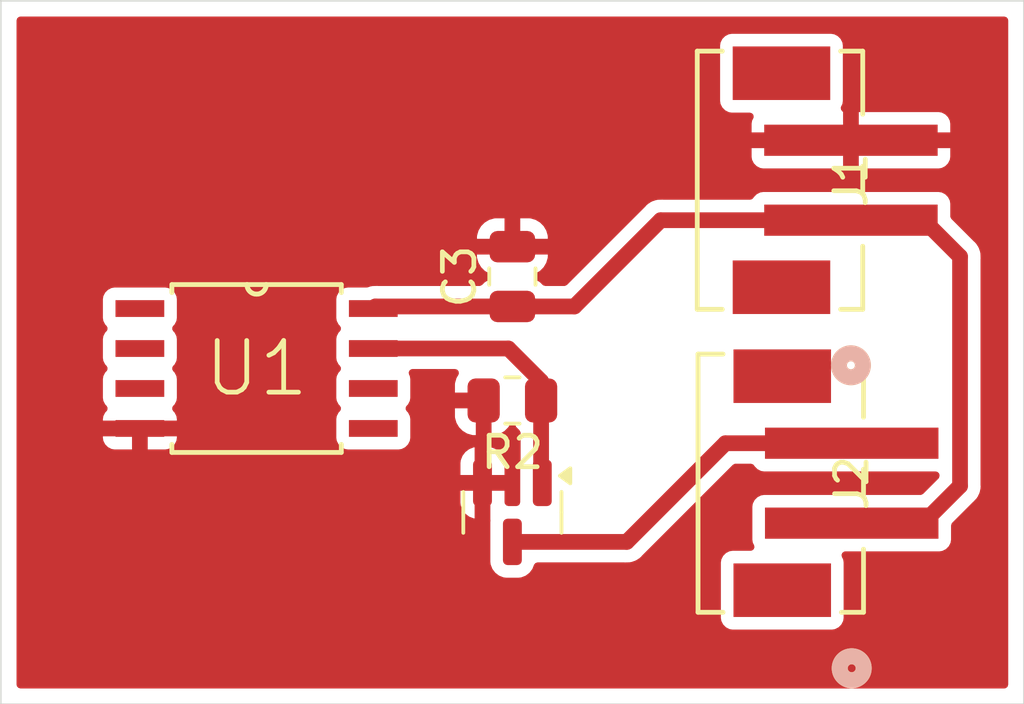
<source format=kicad_pcb>
(kicad_pcb (version 20221018) (generator pcbnew)
  (layers (0 "F.Cu" signal) (31 "B.Cu" signal) (34 "B.Paste" user) (35 "F.Paste" user) (36 "B.SilkS" user "B.Silkscreen") (37 "F.SilkS" user "F.Silkscreen") (38 "B.Mask" user) (39 "F.Mask" user) (44 "Edge.Cuts" user))
  (net 0 "")
  (net 1 "GND")
  (net 2 "/analog_read")
  (net 3 "/Vin")
  (net 4 "/signal")
  (net 5 "Net-(Q1-D)")
  (net 9 "/buzzer")
  (footprint "jst_ph:CONN2_B2B-PH-SM4_JST" (layer "F.Cu") (at 51.683147 27.545818 90)
    (fp_text reference "J1" (at 0 2.2541 90 unlocked) (layer "F.SilkS"))
    (fp_text value "B2B-PH-SM4-TBT LFSN" hide)
    (fp_circle (center -5.8801 2.2541) (end -5.4991 2.2541) (stroke (width 0.508)) (fill none) (layer "B.SilkS"))
    (fp_line (start -4.1021 -2.6289) (end -4.1021 -1.835041) (stroke (width 0.1524)) (layer "F.SilkS"))
    (fp_line (start -4.1021 1.929239) (end -4.1021 2.6289) (stroke (width 0.1524)) (layer "F.SilkS"))
    (fp_line (start -4.1021 2.6289) (end -2.09804 2.6289) (stroke (width 0.1524)) (layer "F.SilkS"))
    (fp_line (start -0.44196 2.6289) (end 0.44196 2.6289) (stroke (width 0.1524)) (layer "F.SilkS"))
    (fp_line (start 2.09804 2.6289) (end 4.1021 2.6289) (stroke (width 0.1524)) (layer "F.SilkS"))
    (fp_line (start 4.1021 -2.6289) (end -4.1021 -2.6289) (stroke (width 0.1524)) (layer "F.SilkS"))
    (fp_line (start 4.1021 -1.835041) (end 4.1021 -2.6289) (stroke (width 0.1524)) (layer "F.SilkS"))
    (fp_line (start 4.1021 2.6289) (end 4.1021 1.929239) (stroke (width 0.1524)) (layer "F.SilkS"))
    (fp_circle (center -5.8801 2.2541) (end -5.4991 2.2541) (stroke (width 0.508)) (fill none) (layer "F.SilkS"))
    (pad "1" smd rect (at -1.27 2.2541 90) (size 0.9906 5.5118) (layers "F.Cu" "F.Paste" "F.Mask") (net 3 "/Vin"))
    (pad "2" smd rect (at 1.27 2.2541 90) (size 0.9906 5.5118) (layers "F.Cu" "F.Paste" "F.Mask") (net 1 "GND"))
    (pad "3" smd rect (at -3.399998 0.047099 90) (size 1.7018 3.0988) (layers "F.Cu" "F.Paste" "F.Mask"))
    (pad "4" smd rect (at 3.399998 0.047099 90) (size 1.7018 3.0988) (layers "F.Cu" "F.Paste" "F.Mask"))
  )
  (footprint "Package_TO_SOT_SMD:SOT-23" (layer "F.Cu") (at 43.18 38.1 -90)
    (fp_text reference "Q1" hide)
    (fp_text value "AO3400A")
    (fp_line (start 0 -1.56) (end -0.65 -1.56) (stroke (width 0.12)) (layer "F.SilkS"))
    (fp_line (start 0 -1.56) (end 0.65 -1.56) (stroke (width 0.12)) (layer "F.SilkS"))
    (fp_line (start 0 1.56) (end -0.65 1.56) (stroke (width 0.12)) (layer "F.SilkS"))
    (fp_line (start 0 1.56) (end 0.65 1.56) (stroke (width 0.12)) (layer "F.SilkS"))
    (fp_poly (pts (xy -1.1625 -1.51) (xy -1.4025 -1.84) (xy -0.9225 -1.84) (xy -1.1625 -1.51)) (stroke (width 0.12)) (fill solid) (layer "F.SilkS"))
    (pad "1" smd roundrect (at -0.9375 -0.95 270) (size 1.475 0.6) (layers "F.Cu" "F.Paste" "F.Mask") (net 4 "/signal"))
    (pad "2" smd roundrect (at -0.9375 0.95 270) (size 1.475 0.6) (layers "F.Cu" "F.Paste" "F.Mask") (net 1 "GND"))
    (pad "3" smd roundrect (at 0.9375 0 270) (size 1.475 0.6) (layers "F.Cu" "F.Paste" "F.Mask") (net 5 "Net-(Q1-D)"))
  )
  (footprint "Resistor_SMD:R_0805_2012Metric" (layer "F.Cu") (at 43.18 34.544 180)
    (fp_text reference "R2" (at 0 -1.65) (layer "F.SilkS"))
    (fp_text value "R_US" hide)
    (fp_line (start -0.227064 -0.735) (end 0.227064 -0.735) (stroke (width 0.12)) (layer "F.SilkS"))
    (fp_line (start -0.227064 0.735) (end 0.227064 0.735) (stroke (width 0.12)) (layer "F.SilkS"))
    (pad "1" smd roundrect (at -0.9125 0 180) (size 1.025 1.4) (layers "F.Cu" "F.Paste" "F.Mask") (roundrect_rratio 0.243902439) (net 4 "/signal"))
    (pad "2" smd roundrect (at 0.9125 0 180) (size 1.025 1.4) (layers "F.Cu" "F.Paste" "F.Mask") (roundrect_rratio 0.243902439) (net 1 "GND"))
  )
  (footprint "Capacitor_SMD:C_0805_2012Metric" (layer "F.Cu") (at 43.18 30.607 90)
    (fp_text reference "C3" (at 0 -1.68 90) (layer "F.SilkS"))
    (fp_text value "2.2uF")
    (fp_line (start -0.261252 -0.735) (end 0.261252 -0.735) (stroke (width 0.12)) (layer "F.SilkS"))
    (fp_line (start -0.261252 0.735) (end 0.261252 0.735) (stroke (width 0.12)) (layer "F.SilkS"))
    (pad "1" smd roundrect (at -0.95 0 90) (size 1 1.45) (layers "F.Cu" "F.Paste" "F.Mask") (net 3 "/Vin"))
    (pad "2" smd roundrect (at 0.95 0 90) (size 1 1.45) (layers "F.Cu" "F.Paste" "F.Mask") (net 1 "GND"))
  )
  (footprint "jst_ph:CONN2_B2B-PH-SM4_JST" (layer "F.Cu") (at 51.707766 37.172408 90)
    (fp_text reference "J2" (at 0 2.2541 90 unlocked) (layer "F.SilkS"))
    (fp_text value "B2B-PH-SM4-TBT LFSN" hide)
    (fp_circle (center -5.8801 2.2541) (end -5.4991 2.2541) (stroke (width 0.508)) (fill none) (layer "B.SilkS"))
    (fp_line (start -4.1021 -2.6289) (end -4.1021 -1.835041) (stroke (width 0.1524)) (layer "F.SilkS"))
    (fp_line (start -4.1021 1.929239) (end -4.1021 2.6289) (stroke (width 0.1524)) (layer "F.SilkS"))
    (fp_line (start -4.1021 2.6289) (end -2.09804 2.6289) (stroke (width 0.1524)) (layer "F.SilkS"))
    (fp_line (start -0.44196 2.6289) (end 0.44196 2.6289) (stroke (width 0.1524)) (layer "F.SilkS"))
    (fp_line (start 2.09804 2.6289) (end 4.1021 2.6289) (stroke (width 0.1524)) (layer "F.SilkS"))
    (fp_line (start 4.1021 -2.6289) (end -4.1021 -2.6289) (stroke (width 0.1524)) (layer "F.SilkS"))
    (fp_line (start 4.1021 -1.835041) (end 4.1021 -2.6289) (stroke (width 0.1524)) (layer "F.SilkS"))
    (fp_line (start 4.1021 2.6289) (end 4.1021 1.929239) (stroke (width 0.1524)) (layer "F.SilkS"))
    (fp_circle (center -5.8801 2.2541) (end -5.4991 2.2541) (stroke (width 0.508)) (fill none) (layer "F.SilkS"))
    (pad "1" smd rect (at -1.27 2.2541 90) (size 0.9906 5.5118) (layers "F.Cu" "F.Paste" "F.Mask") (net 3 "/Vin"))
    (pad "2" smd rect (at 1.27 2.2541 90) (size 0.9906 5.5118) (layers "F.Cu" "F.Paste" "F.Mask") (net 5 "Net-(Q1-D)"))
    (pad "3" smd rect (at -3.399998 0.047099 90) (size 1.7018 3.0988) (layers "F.Cu" "F.Paste" "F.Mask"))
    (pad "4" smd rect (at 3.399998 0.047099 90) (size 1.7018 3.0988) (layers "F.Cu" "F.Paste" "F.Mask"))
  )
  (footprint "attiny85:ATTINY85-20SUR" (layer "F.Cu") (at 35.052 33.528)
    (fp_text reference "U1" (at 0 0) (layer "F.SilkS") (effects (font (size 1.642354 1.642354))))
    (fp_text value "ATTINY85-20SUR" hide)
    (fp_line (start -2.6924 -2.667) (end -2.6924 -2.413) (stroke (width 0.1524)) (layer "F.SilkS"))
    (fp_line (start -2.6924 2.413) (end -2.6924 2.667) (stroke (width 0.1524)) (layer "F.SilkS"))
    (fp_line (start -2.6924 2.667) (end 2.6924 2.667) (stroke (width 0.1524)) (layer "F.SilkS"))
    (fp_line (start -0.3048 -2.667) (end -2.6924 -2.667) (stroke (width 0.1524)) (layer "F.SilkS"))
    (fp_line (start 0.3048 -2.667) (end -0.3048 -2.667) (stroke (width 0.1524)) (layer "F.SilkS"))
    (fp_line (start 2.6924 -2.667) (end 0.3048 -2.667) (stroke (width 0.1524)) (layer "F.SilkS"))
    (fp_line (start 2.6924 -2.413) (end 2.6924 -2.667) (stroke (width 0.1524)) (layer "F.SilkS"))
    (fp_line (start 2.6924 2.667) (end 2.6924 2.413) (stroke (width 0.1524)) (layer "F.SilkS"))
    (fp_arc (start 0.3048 -2.667) (mid 0 -2.3622) (end -0.3048 -2.667) (stroke (width 0.1524)) (layer "F.SilkS"))
    (fp_arc (start 0.3048 -2.667) (mid 0 -2.3622) (end -0.3048 -2.667) (stroke (width 0.1524)) (layer "F.SilkS"))
    (pad "1" smd rect (at -3.7084 -1.905) (size 1.5494 0.5334) (layers "F.Cu" "F.Paste" "F.Mask"))
    (pad "2" smd rect (at -3.7084 -0.635) (size 1.5494 0.5334) (layers "F.Cu" "F.Paste" "F.Mask") (net 2 "/analog_read"))
    (pad "3" smd rect (at -3.7084 0.635) (size 1.5494 0.5334) (layers "F.Cu" "F.Paste" "F.Mask"))
    (pad "4" smd rect (at -3.7084 1.905) (size 1.5494 0.5334) (layers "F.Cu" "F.Paste" "F.Mask") (net 1 "GND"))
    (pad "5" smd rect (at 3.7084 1.905) (size 1.5494 0.5334) (layers "F.Cu" "F.Paste" "F.Mask"))
    (pad "6" smd rect (at 3.7084 0.635) (size 1.5494 0.5334) (layers "F.Cu" "F.Paste" "F.Mask") (net 9 "/buzzer"))
    (pad "7" smd rect (at 3.7084 -0.635) (size 1.5494 0.5334) (layers "F.Cu" "F.Paste" "F.Mask") (net 4 "/signal"))
    (pad "8" smd rect (at 3.7084 -1.905) (size 1.5494 0.5334) (layers "F.Cu" "F.Paste" "F.Mask") (net 3 "/Vin"))
  )
  (gr_rect (start 26.924 21.844) (end 59.436 44.196) (stroke (width 0.05)) (fill none) (layer "Edge.Cuts"))
  (segment (start 43.18 31.557) (end 38.8264 31.557) (width 0.5) (layer "F.Cu") (net 3))
  (segment (start 53.961866 38.442408) (end 56.222466 38.442408) (width 0.5) (layer "F.Cu") (net 3))
  (segment (start 57.404 29.972) (end 56.247818 28.815818) (width 0.5) (layer "F.Cu") (net 3))
  (segment (start 57.404 37.260874) (end 57.404 29.972) (width 0.5) (layer "F.Cu") (net 3))
  (segment (start 45.151 31.557) (end 43.18 31.557) (width 0.5) (layer "F.Cu") (net 3))
  (segment (start 56.247818 28.815818) (end 53.937247 28.815818) (width 0.5) (layer "F.Cu") (net 3))
  (segment (start 47.892182 28.815818) (end 53.937247 28.815818) (width 0.5) (layer "F.Cu") (net 3))
  (segment (start 38.8264 31.557) (end 38.7604 31.623) (width 0.5) (layer "F.Cu") (net 3))
  (segment (start 47.892182 28.815818) (end 45.151 31.557) (width 0.5) (layer "F.Cu") (net 3))
  (segment (start 56.222466 38.442408) (end 57.404 37.260874) (width 0.5) (layer "F.Cu") (net 3))
  (segment (start 44.0925 37.125) (end 44.13 37.1625) (width 0.5) (layer "F.Cu") (net 4))
  (segment (start 43.053 32.893) (end 44.0925 33.9325) (width 0.5) (layer "F.Cu") (net 4))
  (segment (start 38.7604 32.893) (end 43.053 32.893) (width 0.5) (layer "F.Cu") (net 4))
  (segment (start 44.0925 34.544) (end 44.0925 37.125) (width 0.5) (layer "F.Cu") (net 4))
  (segment (start 44.0925 33.9325) (end 44.0925 34.544) (width 0.5) (layer "F.Cu") (net 4))
  (segment (start 43.18 39.0375) (end 46.8145 39.0375) (width 0.5) (layer "F.Cu") (net 5))
  (segment (start 46.8145 39.0375) (end 49.949592 35.902408) (width 0.5) (layer "F.Cu") (net 5))
  (segment (start 49.949592 35.902408) (end 53.961866 35.902408) (width 0.5) (layer "F.Cu") (net 5))
  (zone (net 1) (net_name "GND") (layer "F.Cu") (connect_pads (clearance 0.4)) (min_thickness 0.25) (fill yes (thermal_gap 0.4) (thermal_bridge_width 0.5))
    (polygon (pts (xy 59.436 21.844) (xy 59.436 44.196) (xy 26.924 44.196) (xy 26.924 21.844)))
  )
)
</source>
